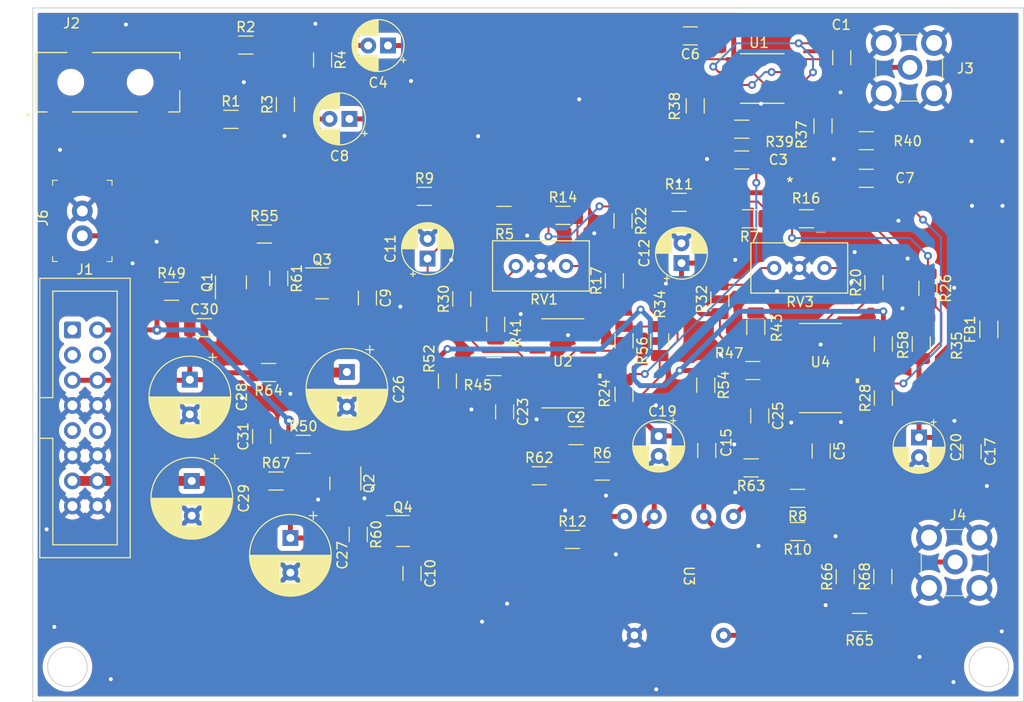
<source format=kicad_pcb>
(kicad_pcb (version 20211014) (generator pcbnew)
  (title_block (title "MC1496 IQ Modulator for SDT") (date "2022-12-07") (rev "1.0"))
  (layers (0 "F.Cu" signal) (31 "B.Cu" signal) (34 "B.Paste" user) (35 "F.Paste" user) (36 "B.SilkS" user "B.Silkscreen") (37 "F.SilkS" user "F.Silkscreen") (38 "B.Mask" user) (39 "F.Mask" user) (44 "Edge.Cuts" user))
  (net 0 "")
  (net 1 "Net-(C1-Pad2)")
  (net 2 "/LO_NINETY")
  (net 3 "Net-(C4-Pad2)")
  (net 4 "/LO_ZERO")
  (net 5 "Net-(C8-Pad2)")
  (net 6 "GND")
  (net 7 "Net-(C12-Pad1)")
  (net 8 "Net-(C26-Pad1)")
  (net 9 "Net-(C27-Pad1)")
  (net 10 "/12V")
  (net 11 "/3_3V")
  (net 12 "/TXRX")
  (net 13 "Net-(Q1-Pad1)")
  (net 14 "Net-(Q1-Pad3)")
  (net 15 "Net-(Q2-Pad1)")
  (net 16 "Net-(Q2-Pad3)")
  (net 17 "Net-(Q3-Pad1)")
  (net 18 "/3_3V_switched")
  (net 19 "Net-(R11-Pad2)")
  (net 20 "Net-(R17-Pad2)")
  (net 21 "Net-(R37-Pad1)")
  (net 22 "Net-(R38-Pad1)")
  (net 23 "Net-(R41-Pad1)")
  (net 24 "Net-(R41-Pad2)")
  (net 25 "Net-(R43-Pad1)")
  (net 26 "Net-(R43-Pad2)")
  (net 27 "Net-(R45-Pad2)")
  (net 28 "Net-(R47-Pad2)")
  (net 29 "Net-(R65-Pad2)")
  (net 30 "Net-(U1-Pad2)")
  (net 31 "Net-(U1-Pad12)")
  (net 45 "Net-(C1-Pad1)")
  (net 47 "Net-(C3-Pad2)")
  (net 48 "Net-(C7-Pad2)")
  (net 49 "Net-(C11-Pad1)")
  (net 50 "Net-(C15-Pad1)")
  (net 51 "Net-(C17-Pad1)")
  (net 52 "Net-(C23-Pad1)")
  (net 53 "Net-(C23-Pad2)")
  (net 54 "Net-(C25-Pad1)")
  (net 55 "Net-(C25-Pad2)")
  (net 56 "Net-(R14-Pad1)")
  (net 57 "Net-(R20-Pad2)")
  (net 58 "Net-(R30-Pad2)")
  (net 59 "Net-(R32-Pad2)")
  (net 60 "Net-(J4-Pad2)")
  (net 61 "Net-(C2-Pad2)")
  (net 62 "Net-(C5-Pad2)")
  (net 63 "Net-(R8-Pad2)")
  (net 64 "/12Vswitched")
  (net 65 "Net-(R10-Pad2)")
  (net 66 "Net-(J2-Pad2)")
  (net 67 "Net-(C2-Pad1)")
  (net 68 "Net-(C4-Pad1)")
  (net 69 "Net-(C5-Pad1)")
  (net 70 "Net-(C8-Pad1)")
  (net 71 "Net-(J2-Pad3)")
  (net 72 "Net-(R12-Pad2)")
  (net 73 "Net-(R62-Pad2)")
  (net 74 "Net-(C10-Pad1)")
  (footprint "Connector_IDC:IDC-Header_2x08_P2.54mm_Vertical" (layer "F.Cu") (at 99 102.5)
    (fp_text reference "J1")
    (fp_text value "Conn_02x08_Odd_Even")
  )
  (footprint "MC1496:MC1496DR2G" (layer "F.Cu") (at 148.5 105.875)
    (fp_text reference "U2")
    (fp_text value "MC1496DR2G" hide)
  )
  (footprint "Resistor_SMD:R_1206_3216Metric" (layer "F.Cu") (at 174.76 81.92 -90)
    (fp_text reference "R37")
    (fp_text value "10k")
  )
  (footprint "Resistor_SMD:R_1206_3216Metric" (layer "F.Cu") (at 149.475 123.65)
    (fp_text reference "R12")
    (fp_text value "100")
  )
  (footprint "SN74AC74PW:SOP65P640X120-14N" (layer "F.Cu") (at 168.625 77.125)
    (fp_text reference "U1")
    (fp_text value "SN74AC74PW")
  )
  (footprint "Resistor_SMD:R_1206_3216Metric" (layer "F.Cu") (at 164.35 99.4 90)
    (fp_text reference "R32")
    (fp_text value "10k")
  )
  (footprint "Capacitor_SMD:C_1206_3216Metric" (layer "F.Cu") (at 161.37 72.825 180)
    (fp_text reference "C6")
    (fp_text value "0.1uF")
  )
  (footprint "Resistor_SMD:R_1206_3216Metric" (layer "F.Cu") (at 180.85 103.925 -90)
    (fp_text reference "R58")
    (fp_text value "3k")
  )
  (footprint "Resistor_SMD:R_1206_3216Metric" (layer "F.Cu") (at 179.13 83.4 180)
    (fp_text reference "R40")
    (fp_text value "10k")
  )
  (footprint "Package_TO_SOT_SMD:SOT-23" (layer "F.Cu") (at 132.35 122.8)
    (fp_text reference "Q4")
    (fp_text value "Q_PMOS_GSD")
  )
  (footprint "Resistor_SMD:R_1206_3216Metric" (layer "F.Cu") (at 115 81.25)
    (fp_text reference "R1")
    (fp_text value "100")
  )
  (footprint "Resistor_SMD:R_1206_3216Metric" (layer "F.Cu") (at 152.475 116.75)
    (fp_text reference "R6")
    (fp_text value "100")
  )
  (footprint "digikey-footprints:RF_SMA_Vertical_5-1814832-1" (layer "F.Cu") (at 188 126)
    (fp_text reference "J4")
    (fp_text value "5-1814832-1")
  )
  (footprint "Resistor_SMD:R_1206_3216Metric" (layer "F.Cu") (at 124.25 75.25 -90)
    (fp_text reference "R4")
    (fp_text value "100")
  )
  (footprint "Capacitor_THT:CP_Radial_D8.0mm_P3.50mm" (layer "F.Cu") (at 121 123.5 -90)
    (fp_text reference "C27")
    (fp_text value "100uF 25V")
  )
  (footprint "Resistor_SMD:R_1206_3216Metric" (layer "F.Cu") (at 136.85 107.675 -90)
    (fp_text reference "R52")
    (fp_text value "3k")
  )
  (footprint "digikey-footprints:RF_SMA_Vertical_5-1814832-1" (layer "F.Cu") (at 183.425 76.075)
    (fp_text reference "J3")
    (fp_text value "5-1814832-1")
  )
  (footprint "Package_TO_SOT_SMD:SOT-23" (layer "F.Cu") (at 115 97.7 90)
    (fp_text reference "Q1")
    (fp_text value "Q_NPN_BEC")
  )
  (footprint "Capacitor_SMD:C_1206_3216Metric" (layer "F.Cu") (at 142.625 110.775 -90)
    (fp_text reference "C23")
    (fp_text value "0.1uF")
  )
  (footprint "Resistor_SMD:R_1206_3216Metric" (layer "F.Cu") (at 146.125 117.225)
    (fp_text reference "R62")
    (fp_text value "100")
  )
  (footprint "Resistor_SMD:R_1206_3216Metric" (layer "F.Cu") (at 167.975 102.25 -90)
    (fp_text reference "R43")
    (fp_text value "1.0k")
  )
  (footprint "Resistor_SMD:R_1206_3216Metric" (layer "F.Cu") (at 142.56 90.94 180)
    (fp_text reference "R5")
    (fp_text value "100")
  )
  (footprint "Inductor_SMD:L_1206_3216Metric" (layer "F.Cu") (at 191.5 102.45 90)
    (fp_text reference "FB1")
    (fp_text value "FerriteBead")
  )
  (footprint "Resistor_SMD:R_1206_3216Metric" (layer "F.Cu") (at 167.335 91.28 180)
    (fp_text reference "R7")
    (fp_text value "100")
  )
  (footprint "Resistor_SMD:R_1206_3216Metric" (layer "F.Cu") (at 119.55 117.75)
    (fp_text reference "R67")
    (fp_text value "10")
  )
  (footprint "Resistor_SMD:R_1206_3216Metric" (layer "F.Cu") (at 173.095 91.28)
    (fp_text reference "R16")
    (fp_text value "100")
  )
  (footprint "Capacitor_THT:CP_Radial_D8.0mm_P3.50mm" (layer "F.Cu") (at 110.85 107.522349 -90)
    (fp_text reference "C28")
    (fp_text value "100uF 25V")
  )
  (footprint "Capacitor_SMD:C_1206_3216Metric" (layer "F.Cu") (at 179.125 87.2)
    (fp_text reference "C7")
    (fp_text value "0.1uF")
  )
  (footprint "Resistor_SMD:R_1206_3216Metric" (layer "F.Cu") (at 116.5 73.75)
    (fp_text reference "R2")
    (fp_text value "100")
  )
  (footprint "Capacitor_THT:CP_Radial_D5.0mm_P2.00mm" (layer "F.Cu") (at 126.955113 81.2 180)
    (fp_text reference "C8")
    (fp_text value "25uF 25V")
  )
  (footprint "MC1496:MC1496DR2G" (layer "F.Cu") (at 174.5 106.35)
    (fp_text reference "U4")
    (fp_text value "MC1496DR2G" hide)
  )
  (footprint "Resistor_SMD:R_1206_3216Metric" (layer "F.Cu") (at 148.51 90.94)
    (fp_text reference "R14")
    (fp_text value "100")
  )
  (footprint "Capacitor_SMD:C_1206_3216Metric" (layer "F.Cu") (at 133.275 127.075 -90)
    (fp_text reference "C10")
    (fp_text value "0.1uF")
  )
  (footprint "Resistor_SMD:R_1206_3216Metric" (layer "F.Cu") (at 185.35 98.3 -90)
    (fp_text reference "R26")
    (fp_text value "820")
  )
  (footprint "Resistor_SMD:R_1206_3216Metric" (layer "F.Cu") (at 179.9 97.725 90)
    (fp_text reference "R20")
    (fp_text value "10k")
  )
  (footprint "Resistor_SMD:R_1206_3216Metric" (layer "F.Cu") (at 180.85 109.375 90)
    (fp_text reference "R28")
    (fp_text value "51")
  )
  (footprint "Resistor_SMD:R_1206_3216Metric" (layer "F.Cu") (at 172.2 122.85 180)
    (fp_text reference "R10")
    (fp_text value "100")
  )
  (footprint "Capacitor_SMD:C_1206_3216Metric" (layer "F.Cu") (at 189.8 114.8 -90)
    (fp_text reference "C17")
    (fp_text value "0.1uF")
  )
  (footprint "Potentiometer_THT:Potentiometer_Bourns_3296W_Vertical" (layer "F.Cu") (at 143.75 96.05 180)
    (fp_text reference "RV1")
    (fp_text value "50k")
  )
  (footprint "Resistor_SMD:R_1206_3216Metric" (layer "F.Cu") (at 161.86 79.89 -90)
    (fp_text reference "R38")
    (fp_text value "10k")
  )
  (footprint "Resistor_SMD:R_1206_3216Metric" (layer "F.Cu") (at 120.5 79.75 90)
    (fp_text reference "R3")
    (fp_text value "100")
  )
  (footprint "Resistor_SMD:R_1206_3216Metric" (layer "F.Cu") (at 127.85 123.15 -90)
    (fp_text reference "R60")
    (fp_text value "10k")
  )
  (footprint "Capacitor_THT:CP_Radial_D8.0mm_P3.50mm" (layer "F.Cu") (at 126.7 106.747349 -90)
    (fp_text reference "C26")
    (fp_text value "100uF 25V")
  )
  (footprint "Resistor_SMD:R_1206_3216Metric" (layer "F.Cu") (at 141.725 101.95 -90)
    (fp_text reference "R41")
    (fp_text value "1.0k")
  )
  (footprint "Resistor_SMD:R_1206_3216Metric" (layer "F.Cu") (at 141.55 106.2)
    (fp_text reference "R45")
    (fp_text value "10k")
  )
  (footprint "Resistor_SMD:R_1206_3216Metric" (layer "F.Cu") (at 166.56 82.24 180)
    (fp_text reference "R39")
    (fp_text value "10k")
  )
  (footprint "Resistor_SMD:R_1206_3216Metric" (layer "F.Cu") (at 154.675 103.6 -90)
    (fp_text reference "R56")
    (fp_text value "3k")
  )
  (footprint "Potentiometer_THT:Potentiometer_Bourns_3296W_Vertical" (layer "F.Cu") (at 169.825 96.25 180)
    (fp_text reference "RV3")
    (fp_text value "50k")
  )
  (footprint "Resistor_SMD:R_1206_3216Metric" (layer "F.Cu") (at 160.225 89.625)
    (fp_text reference "R11")
    (fp_text value "1.0k")
  )
  (footprint "Capacitor_SMD:C_1206_3216Metric" (layer "F.Cu") (at 174.575 114.725 -90)
    (fp_text reference "C5")
    (fp_text value "0.1uF")
  )
  (footprint "Capacitor_THT:CP_Radial_D5.0mm_P2.00mm" (layer "F.Cu") (at 130.855113 73.8 180)
    (fp_text reference "C4")
    (fp_text value "25uF 25V")
  )
  (footprint "Package_TO_SOT_SMD:SOT-23" (layer "F.Cu") (at 124.2 97.8)
    (fp_text reference "Q3")
    (fp_text value "Q_PMOS_GSD")
  )
  (footprint "Resistor_SMD:R_1206_3216Metric" (layer "F.Cu") (at 162.925 108.075 -90)
    (fp_text reference "R54")
    (fp_text value "3k")
  )
  (footprint "Resistor_SMD:R_1206_3216Metric" (layer "F.Cu") (at 167.5 116.425 180)
    (fp_text reference "R63")
    (fp_text value "100")
  )
  (footprint "Capacitor_THT:CP_Radial_D5.0mm_P2.00mm" (layer "F.Cu") (at 184.45 113.35 -90)
    (fp_text reference "C20")
    (fp_text value "25uF 25V")
  )
  (footprint "Capacitor_SMD:C_1206_3216Metric" (layer "F.Cu") (at 149.825 113.175)
    (fp_text reference "C2")
    (fp_text value "0.1uF")
  )
  (footprint "Resistor_SMD:R_1206_3216Metric" (layer "F.Cu") (at 138.3 99.375 90)
    (fp_text reference "R30")
    (fp_text value "10k")
  )
  (footprint "Capacitor_THT:CP_Radial_D5.0mm_P2.00mm" (layer "F.Cu") (at 158.175 113.219888 -90)
    (fp_text reference "C19")
    (fp_text value "25uF 25V")
  )
  (footprint "Capacitor_THT:CP_Radial_D8.0mm_P3.50mm" (layer "F.Cu") (at 111.05 117.747349 -90)
    (fp_text reference "C29")
    (fp_text value "100uF 25V")
  )
  (footprint "Capacitor_THT:CP_Radial_D5.0mm_P2.00mm" (layer "F.Cu") (at 160.475 95.755113 90)
    (fp_text reference "C12")
    (fp_text value "25uF 25V")
  )
  (footprint "Resistor_SMD:R_1206_3216Metric" (layer "F.Cu") (at 180.8 127.4 90)
    (fp_text reference "R68")
    (fp_text value "100")
  )
  (footprint "Stereo_Jack_SMT:CUI_SJ-3524-SMT" (layer "F.Cu") (at 98.8375 77.5)
    (fp_text reference "J2")
    (fp_text value "SJ-3524-SMT")
  )
  (footprint "Package_TO_SOT_SMD:SOT-23" (layer "F.Cu") (at 126.55 118 -90)
    (fp_text reference "Q2")
    (fp_text value "Q_NPN_BEC")
  )
  (footprint "sdt_qse_1496:Toroidal_Transformer" (layer "F.Cu") (at 160.725 127.325 -90)
    (fp_text reference "U3")
    (fp_text value "Toroidal_Transformer")
  )
  (footprint "Resistor_SMD:R_1206_3216Metric" (layer "F.Cu") (at 134.525 89.025)
    (fp_text reference "R9")
    (fp_text value "1.0k")
  )
  (footprint "Capacitor_THT:CP_Radial_D5.0mm_P2.00mm" (layer "F.Cu") (at 134.85 95.305112 90)
    (fp_text reference "C11")
    (fp_text value "25uF 25V")
  )
  (footprint "Capacitor_SMD:C_1206_3216Metric" (layer "F.Cu") (at 176.65 75.025 90)
    (fp_text reference "C1")
    (fp_text value "0.1uF")
  )
  (footprint "Resistor_SMD:R_1206_3216Metric" (layer "F.Cu") (at 154.675 109 90)
    (fp_text reference "R24")
    (fp_text value "51")
  )
  (footprint "Resistor_SMD:R_1206_3216Metric" (layer "F.Cu") (at 122.3 114.05)
    (fp_text reference "R50")
    (fp_text value "10k")
  )
  (footprint "Capacitor_SMD:C_1206_3216Metric" (layer "F.Cu") (at 112.325 102.275)
    (fp_text reference "C30")
    (fp_text value "0.1uF")
  )
  (footprint "Resistor_SMD:R_1206_3216Metric" (layer "F.Cu") (at 177 127.4 90)
    (fp_text reference "R66")
    (fp_text value "100")
  )
  (footprint "Resistor_SMD:R_1206_3216Metric" (layer "F.Cu") (at 153.7 97.55 90)
    (fp_text reference "R17")
    (fp_text value "10k")
  )
  (footprint "Capacitor_SMD:C_1206_3216Metric" (layer "F.Cu") (at 128.775 99.275 -90)
    (fp_text reference "C9")
    (fp_text value "0.1uF")
  )
  (footprint "Capacitor_SMD:C_1206_3216Metric" (layer "F.Cu") (at 168.375 111.175 -90)
    (fp_text reference "C25")
    (fp_text value "0.1uF")
  )
  (footprint "Resistor_SMD:R_1206_3216Metric" (layer "F.Cu") (at 154.575 91.5 -90)
    (fp_text reference "R22")
    (fp_text value "820")
  )
  (footprint "Resistor_SMD:R_1206_3216Metric" (layer "F.Cu") (at 118.8 106.8 180)
    (fp_text reference "R64")
    (fp_text value "10")
  )
  (footprint "Resistor_SMD:R_1206_3216Metric" (layer "F.Cu") (at 158.275 103.625 90)
    (fp_text reference "R34")
    (fp_text value "1.3k")
  )
  (footprint "Resistor_SMD:R_1206_3216Metric" (layer "F.Cu") (at 109 98.6)
    (fp_text reference "R49")
    (fp_text value "10k")
  )
  (footprint "digikey-footprints:PinHeader_1x2_P2.5mm_Drill1.1mm" (layer "F.Cu") (at 100 93 90)
    (fp_text reference "J6")
    (fp_text value "Conn_01x02_Male")
  )
  (footprint "Resistor_SMD:R_1206_3216Metric" (layer "F.Cu") (at 118.375 92.825)
    (fp_text reference "R55")
    (fp_text value "10k")
  )
  (footprint "Resistor_SMD:R_1206_3216Metric" (layer "F.Cu") (at 184.675 103.925 90)
    (fp_text reference "R35")
    (fp_text value "1.3k")
  )
  (footprint "Capacitor_SMD:C_1206_3216Metric" (layer "F.Cu") (at 163.025 114.675 -90)
    (fp_text reference "C15")
    (fp_text value "0.1uF")
  )
  (footprint "Resistor_SMD:R_1206_3216Metric" (layer "F.Cu") (at 119.825 97.3 -90)
    (fp_text reference "R61")
    (fp_text value "10k")
  )
  (footprint "Capacitor_SMD:C_1206_3216Metric" (layer "F.Cu") (at 118.1 113.25 90)
    (fp_text reference "C31")
    (fp_text value "0.1uF")
  )
  (footprint "Capacitor_SMD:C_1206_3216Metric" (layer "F.Cu") (at 166.55 85.35)
    (fp_text reference "C3")
    (fp_text value "0.1uF")
  )
  (footprint "Resistor_SMD:R_1206_3216Metric" (layer "F.Cu") (at 178.45 132.025 180)
    (fp_text reference "R65")
    (fp_text value "100")
  )
  (footprint "Resistor_SMD:R_1206_3216Metric" (layer "F.Cu") (at 172.2 119.5 180)
    (fp_text reference "R8")
    (fp_text value "100")
  )
  (footprint "Resistor_SMD:R_1206_3216Metric" (layer "F.Cu") (at 167.675 106.6)
    (fp_text reference "R47")
    (fp_text value "10k")
  )
  (gr_rect (start 95 140) (end 195 70) (layer "Edge.Cuts") (width 0.1) (fill none))
  (gr_circle (center 191.5 136.5) (end 193.5 136.5) (layer "Edge.Cuts") (width 0.1) (fill none))
  (gr_circle (center 98.5 136.5) (end 100.5 136.5) (layer "Edge.Cuts") (width 0.1) (fill none))
  (segment (start 175.805 73.57) (end 175.83 73.545) (width 0.2) (layer "F.Cu") (net 1))
  (segment (start 172.3 73.57) (end 175.805 73.57) (width 0.2) (layer "F.Cu") (net 1))
  (segment (start 171.495 77.125) (end 173.125 77.125) (width 0.2) (layer "F.Cu") (net 1))
  (segment (start 165.755 76.475) (end 164.225 76.475) (width 0.2) (layer "F.Cu") (net 1))
  (segment (start 164.225 76.475) (end 163.675 75.925) (width 0.2) (layer "F.Cu") (net 1))
  (segment (start 173.125 77.125) (end 173.75 76.5) (width 0.2) (layer "F.Cu") (net 1))
  (via (at 172.3 73.57) (size 0.8) (drill 0.4) (layers "F.Cu" "B.Cu") (net 1))
  (via (at 173.75 76.5) (size 0.8) (drill 0.4) (layers "F.Cu" "B.Cu") (net 1))
  (via (at 163.675 75.925) (size 0.8) (drill 0.4) (layers "F.Cu" "B.Cu") (net 1))
  (segment (start 172.3 73.57) (end 172.3 73.575) (width 0.2) (layer "B.Cu") (net 1))
  (segment (start 163.675 75.925) (end 166.03 73.57) (width 0.2) (layer "B.Cu") (net 1))
  (segment (start 166.03 73.57) (end 172.3 73.57) (width 0.2) (layer "B.Cu") (net 1))
  (segment (start 173.75 76.5) (end 173.75 75.025) (width 0.2) (layer "B.Cu") (net 1))
  (segment (start 172.3 73.575) (end 173.75 75.025) (width 0.2) (layer "B.Cu") (net 1))
  (segment (start 165.075 82.2625) (end 165.0975 82.24) (width 0.2) (layer "F.Cu") (net 2))
  (segment (start 164.24 82.23) (end 165.0875 82.23) (width 0.2) (layer "F.Cu") (net 2))
  (segment (start 165.075 85.35) (end 165.075 82.2625) (width 0.2) (layer "F.Cu") (net 2))
  (segment (start 165.0875 82.23) (end 165.0975 82.24) (width 0.2) (layer "F.Cu") (net 2))
  (segment (start 163.36 81.35) (end 164.24 82.23) (width 0.2) (layer "F.Cu") (net 2))
  (segment (start 161.8625 81.35) (end 163.36 81.35) (width 0.2) (layer "F.Cu") (net 2))
  (segment (start 161.86 81.3525) (end 161.8625 81.35) (width 0.2) (layer "F.Cu") (net 2))
  (segment (start 124.2125 73.75) (end 124.25 73.7875) (width 0.5) (layer "F.Cu") (net 3))
  (segment (start 117.9625 73.75) (end 124.2125 73.75) (width 0.5) (layer "F.Cu") (net 3))
  (segment (start 124.25 73.7875) (end 128.842613 73.7875) (width 0.5) (layer "F.Cu") (net 3))
  (segment (start 128.842613 73.7875) (end 128.855113 73.8) (width 0.5) (layer "F.Cu") (net 3))
  (segment (start 174.76 83.3825) (end 177.65 83.3825) (width 0.5) (layer "F.Cu") (net 4))
  (segment (start 177.65 83.3825) (end 177.6675 83.4) (width 0.5) (layer "F.Cu") (net 4))
  (segment (start 177.65 83.4175) (end 177.6675 83.4) (width 0.5) (layer "F.Cu") (net 4))
  (segment (start 177.65 87.2) (end 177.65 83.4175) (width 0.5) (layer "F.Cu") (net 4))
  (segment (start 116.4625 81.25) (end 120.4625 81.25) (width 0.5) (layer "F.Cu") (net 5))
  (segment (start 124.942613 81.2125) (end 124.955113 81.2) (width 0.5) (layer "F.Cu") (net 5))
  (segment (start 120.4625 81.25) (end 120.5 81.2125) (width 0.5) (layer "F.Cu") (net 5))
  (segment (start 120.5 81.2125) (end 124.942613 81.2125) (width 0.5) (layer "F.Cu") (net 5))
  (via (at 191.3 118.25) (size 1) (drill 0.4) (layers "F.Cu" "B.Cu") (net 6))
  (via (at 150.15 79.225) (size 1) (drill 0.4) (layers "F.Cu" "B.Cu") (net 6))
  (via (at 168.5 79.675) (size 1) (drill 0.4) (layers "F.Cu" "B.Cu") (net 6))
  (via (at 189.75 83.45) (size 1) (drill 0.4) (layers "F.Cu" "B.Cu") (net 6))
  (via (at 192.8 132.925) (size 1) (drill 0.4) (layers "F.Cu" "B.Cu") (net 6))
  (via (at 175.85 85.25) (size 1) (drill 0.4) (layers "F.Cu" "B.Cu") (net 6))
  (via (at 184.5 135.5) (size 1) (drill 0.4) (layers "F.Cu" "B.Cu") (net 6))
  (via (at 192.85 83.45) (size 1) (drill 0.4) (layers "F.Cu" "B.Cu") (net 6))
  (via (at 102.875 137.75) (size 1) (drill 0.4) (layers "F.Cu" "B.Cu") (net 6))
  (via (at 116.3 77.5) (size 1) (drill 0.4) (layers "F.Cu" "B.Cu") (net 6))
  (via (at 165.8 114.05) (size 1) (drill 0.4) (layers "F.Cu" "B.Cu") (net 6))
  (via (at 175.025 130.275) (size 1) (drill 0.4) (layers "F.Cu" "B.Cu") (net 6))
  (via (at 177.95 94.65) (size 1) (drill 0.4) (layers "F.Cu" "B.Cu") (net 6))
  (via (at 137.225 95.45) (size 1) (drill 0.4) (layers "F.Cu" "B.Cu") (net 6))
  (via (at 123.8 119.625) (size 1) (drill 0.4) (layers "F.Cu" "B.Cu") (net 6))
  (via (at 160.2 87.5) (size 1) (drill 0.4) (layers "F.Cu" "B.Cu") (net 6))
  (via (at 170.125 98.6) (size 1) (drill 0.4) (layers "F.Cu" "B.Cu") (net 6))
  (via (at 144.9 92.975) (size 1) (drill 0.4) (layers "F.Cu" "B.Cu") (net 6))
  (via (at 144.25 100.9) (size 1) (drill 0.4) (layers "F.Cu" "B.Cu") (net 6))
  (via (at 177.65 97.675) (size 1) (drill 0.4) (layers "F.Cu" "B.Cu") (net 6))
  (via (at 188 98.25) (size 1) (drill 0.4) (layers "F.Cu" "B.Cu") (net 6))
  (via (at 152.85 119.225) (size 1) (drill 0.4) (layers "F.Cu" "B.Cu") (net 6))
  (via (at 153.85 125.15) (size 1) (drill 0.4) (layers "F.Cu" "B.Cu") (net 6))
  (via (at 183.3 95.3) (size 1) (drill 0.4) (layers "F.Cu" "B.Cu") (net 6))
  (via (at 176.575 111.8) (size 1) (drill 0.4) (layers "F.Cu" "B.Cu") (net 6))
  (via (at 171.55 111.85) (size 1) (drill 0.4) (layers "F.Cu" "B.Cu") (net 6))
  (via (at 174.525 103.975) (size 1) (drill 0.4) (layers "F.Cu" "B.Cu") (net 6))
  (via (at 163.05 85.25) (size 1) (drill 0.4) (layers "F.Cu" "B.Cu") (net 6))
  (via (at 133.175 77.375) (size 1) (drill 0.4) (layers "F.Cu" "B.Cu") (net 6))
  (via (at 128.475 119.5) (size 1) (drill 0.4) (layers "F.Cu" "B.Cu") (net 6))
  (via (at 120.4 82.925) (size 1) (drill 0.4) (layers "F.Cu" "B.Cu") (net 6))
  (via (at 168.25 124.3) (size 1) (drill 0.4) (layers "F.Cu" "B.Cu") (net 6))
  (via (at 165.9 118.9) (size 1) (drill 0.4) (layers "F.Cu" "B.Cu") (net 6))
  (via (at 139.95 82.95) (size 1) (drill 0.4) (layers "F.Cu" "B.Cu") (net 6))
  (via (at 148.725 120.725) (size 1) (drill 0.4) (layers "F.Cu" "B.Cu") (net 6))
  (via (at 188.025 111.675) (size 1) (drill 0.4) (layers "F.Cu" "B.Cu") (net 6))
  (via (at 140.35 131.95) (size 1) (drill 0.4) (layers "F.Cu" "B.Cu") (net 6))
  (via (at 97.75 84.325) (size 1) (drill 0.4) (layers "F.Cu" "B.Cu") (net 6))
  (via (at 192.875 89.975) (size 1) (drill 0.4) (layers "F.Cu" "B.Cu") (net 6))
  (via (at 107.5 93.6) (size 1) (drill 0.4) (layers "F.Cu" "B.Cu") (net 6))
  (via (at 151.675 92.75) (size 1) (drill 0.4) (layers "F.Cu" "B.Cu") (net 6))
  (via (at 145.85 111.525) (size 1) (drill 0.4) (layers "F.Cu" "B.Cu") (net 6))
  (via (at 176.025 123.325) (size 1) (drill 0.4) (layers "F.Cu" "B.Cu") (net 6))
  (via (at 142.875 130.125) (size 1) (drill 0.4) (layers "F.Cu" "B.Cu") (net 6))
  (via (at 182.375 91.475) (size 1) (drill 0.4) (layers "F.Cu" "B.Cu") (net 6))
  (via (at 187.925 138.05) (size 1) (drill 0.4) (layers "F.Cu" "B.Cu") (net 6))
  (via (at 121 108.95) (size 1) (drill 0.4) (layers "F.Cu" "B.Cu") (net 6))
  (via (at 158.9 97.825) (size 1) (drill 0.4) (layers "F.Cu" "B.Cu") (net 6))
  (via (at 149.025 103.025) (size 1) (drill 0.4) (layers "F.Cu" "B.Cu") (net 6))
  (via (at 182.775 100.325) (size 1) (drill 0.4) (layers "F.Cu" "B.Cu") (net 6))
  (via (at 189.8 89.975) (size 1) (drill 0.4) (layers "F.Cu" "B.Cu") (net 6))
  (via (at 105.075 95.775) (size 1) (drill 0.4) (layers "F.Cu" "B.Cu") (net 6))
  (via (at 157.925 138.775) (size 1) (drill 0.4) (layers "F.Cu" "B.Cu") (net 6))
  (via (at 139.275 110.525) (size 1) (drill 0.4) (layers "F.Cu" "B.Cu") (net 6))
  (via (at 96.4 122.625) (size 1) (drill 0.4) (layers "F.Cu" "B.Cu") (net 6))
  (via (at 97.175 132.475) (size 1) (drill 0.4) (layers "F.Cu" "B.Cu") (net 6))
  (via (at 104.4 71.675) (size 1) (drill 0.4) (layers "F.Cu" "B.Cu") (net 6))
  (via (at 116.125 109.375) (size 1) (drill 0.4) (layers "F.Cu" "B.Cu") (net 6))
  (via (at 165.9 95.425) (size 1) (drill 0.4) (layers "F.Cu" "B.Cu") (net 6))
  (via (at 149.95 111.225) (size 1) (drill 0.4) (layers "F.Cu" "B.Cu") (net 6))
  (via (at 123.525 71.6) (size 1) (drill 0.4) (layers "F.Cu" "B.Cu") (net 6))
  (via (at 164.45 105.025) (size 1) (drill 0.4) (layers "F.Cu" "B.Cu") (net 6))
  (via (at 157.9 110.1) (size 1) (drill 0.4) (layers "F.Cu" "B.Cu") (net 6))
  (via (at 132.1 100.15) (size 1) (drill 0.4) (layers "F.Cu" "B.Cu") (net 6))
  (via (at 176.525 78.525) (size 1) (drill 0.4) (layers "F.Cu" "B.Cu") (net 6))
  (segment (start 170.425 105.475) (end 170.05 105.1) (width 0.2) (layer "F.Cu") (net 7))
  (segment (start 166.375 105.1) (end 164.35 103.075) (width 0.2) (layer "F.Cu") (net 7))
  (segment (start 162.4125 100.8625) (end 160.45 98.9) (width 0.5) (layer "F.Cu") (net 7))
  (segment (start 160.475 98.875) (end 160.475 95.755113) (width 0.5) (layer "F.Cu") (net 7))
  (segment (start 171.9473 106.35) (end 170.425 106.35) (width 0.2) (layer "F.Cu") (net 7))
  (segment (start 162.719887 95.755113) (end 165.9975 92.4775) (width 0.5) (layer "F.Cu") (net 7))
  (segment (start 160.45 98.9) (end 160.475 98.875) (width 0.5) (layer "F.Cu") (net 7))
  (segment (start 170.425 106.35) (end 170.425 105.475) (width 0.2) (layer "F.Cu") (net 7))
  (segment (start 170.05 105.1) (end 166.375 105.1) (width 0.2) (layer "F.Cu") (net 7))
  (segment (start 165.9975 92.4775) (end 165.9975 92.13) (width 0.5) (layer "F.Cu") (net 7))
  (segment (start 164.35 103.075) (end 164.35 100.8625) (width 0.2) (layer "F.Cu") (net 7))
  (segment (start 164.35 100.8625) (end 162.4125 100.8625) (width 0.5) (layer "F.Cu") (net 7))
  (segment (start 160.475 95.755113) (end 162.719887 95.755113) (width 0.5) (layer "F.Cu") (net 7))
  (segment (start 120.2625 99.2) (end 119.825 98.7625) (width 1) (layer "F.Cu") (net 8))
  (segment (start 123.25 98.7625) (end 123.2625 98.75) (width 0.5) (layer "F.Cu") (net 8))
  (segment (start 120.2625 106.8) (end 120.2625 99.2) (width 1) (layer "F.Cu") (net 8))
  (segment (start 120.2625 106.8) (end 126.647349 106.8) (width 1) (layer "F.Cu") (net 8))
  (segment (start 119.825 98.7625) (end 123.25 98.7625) (width 0.5) (layer "F.Cu") (net 8))
  (segment (start 126.647349 106.8) (end 126.7 106.747349) (width 1) (layer "F.Cu") (net 8))
  (segment (start 124.5625 124.6125) (end 123.45 123.5) (width 0.5) (layer "F.Cu") (net 9))
  (segment (start 121.0125 117.75) (end 121 117.7625) (width 0.5) (layer "F.Cu") (net 9))
  (segment (start 127.85 124.6125) (end 128.6875 124.6125) (width 0.5) (layer "F.Cu") (net 9))
  (segment (start 128.6875 124.6125) (end 129.55 123.75) (width 0.5) (layer "F.Cu") (net 9))
  (segment (start 129.55 123.75) (end 131.4125 123.75) (width 0.5) (layer "F.Cu") (net 9))
  (segment (start 121 117.7625) (end 121 123.5) (width 0.5) (layer "F.Cu") (net 9))
  (segment (start 127.85 124.6125) (end 124.5625 124.6125) (width 0.5) (layer "F.Cu") (net 9))
  (segment (start 123.45 123.5) (end 121 123.5) (width 0.5) (layer "F.Cu") (net 9))
  (segment (start 114.002651 107.522349) (end 114.7 106.825) (width 0.5) (layer "F.Cu") (net 10))
  (segment (start 101.54 107.58) (end 110.792349 107.58) (width 0.5) (layer "F.Cu") (net 10))
  (segment (start 114.7 106.825) (end 117.3125 106.825) (width 0.5) (layer "F.Cu") (net 10))
  (segment (start 110.792349 107.58) (end 110.85 107.522349) (width 0.5) (layer "F.Cu") (net 10))
  (segment (start 99 107.58) (end 101.54 107.58) (width 0.5) (layer "F.Cu") (net 10))
  (segment (start 117.3125 106.825) (end 117.3375 106.8) (width 0.5) (layer "F.Cu") (net 10))
  (segment (start 110.85 107.522349) (end 110.85 102.275) (width 0.5) (layer "F.Cu") (net 10))
  (segment (start 110.85 107.522349) (end 114.002651 107.522349) (width 0.5) (layer "F.Cu") (net 10))
  (segment (start 118.0875 117.75) (end 118.0875 114.7375) (width 1) (layer "F.Cu") (net 11))
  (segment (start 99 117.74) (end 101.54 117.74) (width 1) (layer "F.Cu") (net 11))
  (segment (start 111.042651 117.74) (end 111.05 117.747349) (width 1) (layer "F.Cu") (net 11))
  (segment (start 101.54 117.74) (end 111.042651 117.74) (width 1) (layer "F.Cu") (net 11))
  (segment (start 118.084849 117.747349) (end 118.0875 117.75) (width 1) (layer "F.Cu") (net 11))
  (segment (start 118.0875 114.7375) (end 118.1 114.725) (width 1) (layer "F.Cu") (net 11))
  (segment (start 111.05 117.747349) (end 118.084849 117.747349) (width 1) (layer "F.Cu") (net 11))
  (segment (start 104.7 93) (end 107.55 95.85) (width 0.5) (layer "F.Cu") (net 12))
  (segment (start 100 93) (end 104.7 93) (width 0.5) (layer "F.Cu") (net 12))
  (segment (start 120.8375 114.05) (end 120.8375 111.6625) (width 0.5) (layer "F.Cu") (net 12))
  (segment (start 107.55 98.5875) (end 107.5375 98.6) (width 0.5) (layer "F.Cu") (net 12))
  (segment (start 101.54 102.5) (end 107.5375 102.5) (width 0.5) (layer "F.Cu") (net 12))
  (segment (start 107.55 95.85) (end 107.55 98.5875) (width 0.5) (layer "F.Cu") (net 12))
  (segment (start 107.5375 102.5) (end 107.5375 98.6) (width 0.5) (layer "F.Cu") (net 12))
  (segment (start 120.8375 111.6625) (end 120.85 111.65) (width 0.5) (layer "F.Cu") (net 12))
  (via (at 107.5375 102.5) (size 1) (drill 0.4) (layers "F.Cu" "B.Cu") (net 12))
  (via (at 120.85 111.65) (size 1) (drill 0.4) (layers "F.Cu" "B.Cu") (net 12))
  (segment (start 120.85 111.65) (end 111.7 102.5) (width 0.5) (layer "B.Cu") (net 12))
  (segment (start 111.7 102.5) (end 107.5375 102.5) (width 0.5) (layer "B.Cu") (net 12))
  (segment (start 110.4625 98.6) (end 114.0125 98.6) (width 0.5) (layer "F.Cu") (net 13))
  (segment (start 114.0125 98.6) (end 114.05 98.6375) (width 0.5) (layer "F.Cu") (net 13))
  (segment (start 115 94.7375) (end 116.9125 92.825) (width 0.5) (layer "F.Cu") (net 14))
  (segment (start 115 96.7625) (end 115 94.7375) (width 0.5) (layer "F.Cu") (net 14))
  (segment (start 123.8125 114.1) (end 123.7625 114.05) (width 0.5) (layer "F.Cu") (net 15))
  (segment (start 127.5 117.0625) (end 127.5 115.3) (width 0.5) (layer "F.Cu") (net 15))
  (segment (start 126.3 114.1) (end 123.8125 114.1) (width 0.5) (layer "F.Cu") (net 15))
  (segment (start 127.5 115.3) (end 126.3 114.1) (width 0.5) (layer "F.Cu") (net 15))
  (segment (start 126.55 120.35) (end 126.55 118.9375) (width 0.5) (layer "F.Cu") (net 16))
  (segment (start 127.85 121.6875) (end 127.85 121.65) (width 0.5) (layer "F.Cu") (net 16))
  (segment (start 127.85 121.6875) (end 131.25 121.6875) (width 0.5) (layer "F.Cu") (net 16))
  (segment (start 131.25 121.6875) (end 131.4125 121.85) (width 0.5) (layer "F.Cu") (net 16))
  (segment (start 127.85 121.65) (end 126.55 120.35) (width 0.5) (layer "F.Cu") (net 16))
  (segment (start 119.8375 92.825) (end 119.8375 95.825) (width 0.5) (layer "F.Cu") (net 17))
  (segment (start 119.8375 95.825) (end 119.825 95.8375) (width 0.5) (layer "F.Cu") (net 17))
  (segment (start 120.8375 96.85) (end 119.825 95.8375) (width 0.5) (layer "F.Cu") (net 17))
  (segment (start 123.2625 96.85) (end 120.8375 96.85) (width 0.5) (layer "F.Cu") (net 17))
  (segment (start 174.8 75.175) (end 174.8 77.775) (width 0.2) (layer "F.Cu") (net 18))
  (segment (start 165.75 75.17) (end 165.755 75.17) (width 0.5) (layer "F.Cu") (net 18))
  (segment (start 191.5 75.15) (end 187.8 71.45) (width 0.5) (layer "F.Cu") (net 18))
  (segment (start 162.5 76.325) (end 163.3 77.125) (width 0.2) (layer "F.Cu") (net 18))
  (segment (start 171.495 75.825) (end 172.95 75.825) (width 0.2) (layer "F.Cu") (net 18))
  (segment (start 172.95 75.175) (end 174.8 75.175) (width 0.2) (layer "F.Cu") (net 18))
  (segment (start 174.8 77.775) (end 171.495 77.775) (width 0.2) (layer "F.Cu") (net 18))
  (segment (start 191.5 100.875) (end 191.5 75.15) (width 0.5) (layer "F.Cu") (net 18))
  (segment (start 162.845 72.825) (end 165.6 72.825) (width 0.5) (layer "F.Cu") (net 18))
  (segment (start 171.495 75.175) (end 172.95 75.175) (width 0.2) (layer "F.Cu") (net 18))
  (segment (start 172.95 75.825) (end 172.95 75.175) (width 0.2) (layer "F.Cu") (net 18))
  (segment (start 165.75 72.675) (end 165.75 75.17) (width 0.5) (layer "F.Cu") (net 18))
  (segment (start 165.755 75.175) (end 171.495 75.175) (width 0.2) (layer "F.Cu") (net 18))
  (segment (start 163.3 77.125) (end 165.755 77.125) (width 0.2) (layer "F.Cu") (net 18))
  (segment (start 187.8 71.45) (end 166.975 71.45) (width 0.5) (layer "F.Cu") (net 18))
  (segment (start 166.975 71.45) (end 165.75 72.675) (width 0.5) (layer "F.Cu") (net 18))
  (segment (start 165.755 75.175) (end 162.5 75.175) (width 0.2) (layer "F.Cu") (net 18))
  (segment (start 162.5 75.175) (end 162.5 76.325) (width 0.2) (layer "F.Cu") (net 18))
  (segment (start 185.35 95.025) (end 185.35 96.8375) (width 0.2) (layer "F.Cu") (net 19))
  (segment (start 171.6325 91.28) (end 171.6325 93.2175) (width 0.2) (layer "F.Cu") (net 19))
  (segment (start 168.7975 91.28) (end 171.6325 91.28) (width 0.2) (layer "F.Cu") (net 19))
  (segment (start 171.6325 93.2175) (end 171.625 93.225) (width 0.2) (layer "F.Cu") (net 19))
  (segment (start 168.175 89.55) (end 161.7625 89.55) (width 0.2) (layer "F.Cu") (net 19))
  (segment (start 168.7975 90.1725) (end 168.175 89.55) (width 0.2) (layer "F.Cu") (net 19))
  (segment (start 161.7625 89.55) (end 161.6875 89.625) (width 0.2) (layer "F.Cu") (net 19))
  (segment (start 168.7975 91.28) (end 168.7975 90.1725) (width 0.2) (layer "F.Cu") (net 19))
  (via (at 185.35 95.025) (size 0.8) (drill 0.4) (layers "F.Cu" "B.Cu") (net 19))
  (via (at 171.625 93.225) (size 0.8) (drill 0.4) (layers "F.Cu" "B.Cu") (net 19))
  (segment (start 171.625 93.225) (end 183.55 93.225) (width 0.2) (layer "B.Cu") (net 19))
  (segment (start 183.55 93.225) (end 185.35 95.025) (width 0.2) (layer "B.Cu") (net 19))
  (segment (start 153.6625 96.05) (end 153.7 96.0875) (width 0.2) (layer "F.Cu") (net 20))
  (segment (start 148.83 96.05) (end 153.6625 96.05) (width 0.2) (layer "F.Cu") (net 20))
  (segment (start 174.77 80.4475) (end 174.76 80.4575) (width 0.2) (layer "F.Cu") (net 21))
  (segment (start 174.125 78.425) (end 174.77 79.07) (width 0.2) (layer "F.Cu") (net 21))
  (segment (start 174.77 79.07) (end 174.77 80.4475) (width 0.2) (layer "F.Cu") (net 21))
  (segment (start 171.495 78.425) (end 174.125 78.425) (width 0.2) (layer "F.Cu") (net 21))
  (segment (start 161.8625 78.425) (end 161.86 78.4275) (width 0.2) (layer "F.Cu") (net 22))
  (segment (start 165.755 78.425) (end 161.8625 78.425) (width 0.2) (layer "F.Cu") (net 22))
  (segment (start 142.2625 101.025) (end 141.725 100.4875) (width 0.2) (layer "F.Cu") (net 23))
  (segment (start 145.9473 103.335) (end 144.46 103.335) (width 0.2) (layer "F.Cu") (net 23))
  (segment (start 142.6 101.025) (end 142.2625 101.025) (width 0.2) (layer "F.Cu") (net 23))
  (segment (start 144.46 103.335) (end 143.45 102.325) (width 0.2) (layer "F.Cu") (net 23))
  (segment (start 143.45 101.875) (end 142.6 101.025) (width 0.2) (layer "F.Cu") (net 23))
  (segment (start 143.45 102.325) (end 143.45 101.875) (width 0.2) (layer "F.Cu") (net 23))
  (segment (start 144.68 104.605) (end 143.475 103.4) (width 0.2) (layer "F.Cu") (net 24))
  (segment (start 143.475 103.4) (end 141.7375 103.4) (width 0.2) (layer "F.Cu") (net 24))
  (segment (start 141.7375 103.4) (end 141.725 103.4125) (width 0.2) (layer "F.Cu") (net 24))
  (segment (start 145.9473 104.605) (end 144.68 104.605) (width 0.2) (layer "F.Cu") (net 24))
  (segment (start 171.9473 103.81) (end 171.41 103.81) (width 0.2) (layer "F.Cu") (net 25))
  (segment (start 171.41 103.81) (end 168.3875 100.7875) (width 0.2) (layer "F.Cu") (net 25))
  (segment (start 168.3875 100.7875) (end 167.975 100.7875) (width 0.2) (layer "F.Cu") (net 25))
  (segment (start 171.9473 105.08) (end 171.43 105.08) (width 0.2) (layer "F.Cu") (net 26))
  (segment (start 171.43 105.08) (end 170.0625 103.7125) (width 0.2) (layer "F.Cu") (net 26))
  (segment (start 170.0625 103.7125) (end 167.975 103.7125) (width 0.2) (layer "F.Cu") (net 26))
  (segment (start 143.62 107.145) (end 143.0125 106.5375) (width 0.2) (layer "F.Cu") (net 27))
  (segment (start 145.9473 107.145) (end 143.62 107.145) (width 0.2) (layer "F.Cu") (net 27))
  (segment (start 143.0125 106.5375) (end 143.0125 106.2) (width 0.2) (layer "F.Cu") (net 27))
  (segment (start 169.1375 106.6) (end 169.1375 106.8625) (width 0.2) (layer "F.Cu") (net 28))
  (segment (start 169.1375 106.8625) (end 169.9 107.625) (width 0.5) (layer "F.Cu") (net 28))
  (segment (start 169.905 107.62) (end 171.9473 107.62) (width 0.5) (layer "F.Cu") (net 28))
  (segment (start 169.9 107.625) (end 169.905 107.62) (width 0.2) (layer "F.Cu") (net 28))
  (segment (start 164.725 133.325) (end 171.65 133.325) (width 0.5) (layer "F.Cu") (net 29))
  (segment (start 176.9875 132.025) (end 176.9875 128.875) (width 0.5) (layer "F.Cu") (net 29))
  (segment (start 176.9875 128.875) (end 177 128.8625) (width 0.5) (layer "F.Cu") (net 29))
  (segment (start 172.95 132.025) (end 176.9875 132.025) (width 0.5) (layer "F.Cu") (net 29))
  (segment (start 171.65 133.325) (end 172.95 132.025) (width 0.5) (layer "F.Cu") (net 29))
  (segment (start 166.975 75.825) (end 170.225 79.075) (width 0.2) (layer "F.Cu") (net 30))
  (segment (start 165.755 75.825) (end 166.975 75.825) (width 0.2) (layer "F.Cu") (net 30))
  (segment (start 170.225 79.075) (end 171.495 79.075) (width 0.2) (layer "F.Cu") (net 30))
  (segment (start 167.6 77.775) (end 165.755 77.775) (width 0.2) (layer "F.Cu") (net 31))
  (segment (start 171.495 76.475) (end 169.575 76.475) (width 0.2) (layer "F.Cu") (net 31))
  (via (at 169.575 76.475) (size 0.8) (drill 0.4) (layers "F.Cu" "B.Cu") (net 31))
  (via (at 167.6 77.775) (size 0.8) (drill 0.4) (layers "F.Cu" "B.Cu") (net 31))
  (segment (start 169.575 76.475) (end 168.9 76.475) (width 0.2) (layer "B.Cu") (net 31))
  (segment (start 168.9 76.475) (end 167.6 77.775) (width 0.2) (layer "B.Cu") (net 31))
  (segment (start 178.955 76.495) (end 179.45 76) (width 0.5) (layer "F.Cu") (net 45))
  (segment (start 179.45 76) (end 183.525 76) (width 0.5) (layer "F.Cu") (net 45))
  (segment (start 178.955 76.495) (end 176.655 76.495) (width 0.5) (layer "F.Cu") (net 45))
  (segment (start 176.655 76.495) (end 176.65 76.5) (width 0.5) (layer "F.Cu") (net 45))
  (segment (start 155.2625 106.95) (end 156.775 106.95) (width 0.2) (layer "F.Cu") (net 47))
  (segment (start 154.675 107.5375) (end 155.2625 106.95) (width 0.2) (layer "F.Cu") (net 47))
  (segment (start 151.0527 107.145) (end 154.2825 107.145) (width 0.2) (layer "F.Cu") (net 47))
  (segment (start 154.2825 107.145) (end 154.675 107.5375) (width 0.2) (layer "F.Cu") (net 47))
  (segment (start 168.025 87.65) (end 168.025 85.35) (width 0.2) (layer "F.Cu") (net 47))
  (via (at 156.775 106.95) (size 0.8) (drill 0.4) (layers "F.Cu" "B.Cu") (net 47))
  (via (at 168.025 87.65) (size 0.8) (drill 0.4) (layers "F.Cu" "B.Cu") (net 47))
  (segment (start 168.025 95.7) (end 168.025 87.65) (width 0.2) (layer "B.Cu") (net 47))
  (segment (start 156.775 106.95) (end 168.025 95.7) (width 0.2) (layer "B.Cu") (net 47))
  (segment (start 180.6 87.475) (end 180.6 87.2) (width 0.2) (layer "F.Cu") (net 48))
  (segment (start 180.5575 107.62) (end 180.85 107.9125) (width 0.2) (layer "F.Cu") (net 48))
  (segment (start 177.0527 107.62) (end 180.5575 107.62) (width 0.2) (layer "F.Cu") (net 48))
  (segment (start 184.85 91.375) (end 181.525 88.05) (width 0.2) (layer "F.Cu") (net 48))
  (segment (start 180.85 107.9125) (end 182.8625 107.9125) (width 0.2) (layer "F.Cu") (net 48))
  (segment (start 181.525 88.05) (end 181.175 88.05) (width 0.2) (layer "F.Cu") (net 48))
  (segment (start 182.8625 107.9125) (end 182.875 107.9) (width 0.2) (layer "F.Cu") (net 48))
  (segment (start 181.175 88.05) (end 180.6 87.475) (width 0.2) (layer "F.Cu") (net 48))
  (via (at 182.875 107.9) (size 0.8) (drill 0.4) (layers "F.Cu" "B.Cu") (net 48))
  (via (at 184.85 91.375) (size 0.8) (drill 0.4) (layers "F.Cu" "B.Cu") (net 48))
  (segment (start 186.65 104.125) (end 186.65 93.175) (width 0.2) (layer "B.Cu") (net 48))
  (segment (start 182.875 107.9) (end 186.65 104.125) (width 0.2) (layer "B.Cu") (net 48))
  (segment (start 186.65 93.175) (end 184.85 91.375) (width 0.2) (layer "B.Cu") (net 48))
  (segment (start 144.4 105.875) (end 144.4 105.15) (width 0.2) (layer "F.Cu") (net 49))
  (segment (start 143.975 104.725) (end 140.45 104.725) (width 0.2) (layer "F.Cu") (net 49))
  (segment (start 134.85 97.95) (end 137.7375 100.8375) (width 0.2) (layer "F.Cu") (net 49))
  (segment (start 145.9473 105.875) (end 144.4 105.875) (width 0.2) (layer "F.Cu") (net 49))
  (segment (start 138.3 102.575) (end 138.3 100.8375) (width 0.2) (layer "F.Cu") (net 49))
  (segment (start 137.7375 100.8375) (end 138.3 100.8375) (width 0.2) (layer "F.Cu") (net 49))
  (segment (start 140.45 104.725) (end 138.3 102.575) (width 0.2) (layer "F.Cu") (net 49))
  (segment (start 139.215112 90.94) (end 134.85 95.305112) (width 0.2) (layer "F.Cu") (net 49))
  (segment (start 144.4 105.15) (end 143.975 104.725) (width 0.2) (layer "F.Cu") (net 49))
  (segment (start 134.85 95.305112) (end 134.85 97.95) (width 0.2) (layer "F.Cu") (net 49))
  (segment (start 141.0975 90.94) (end 139.215112 90.94) (width 0.2) (layer "F.Cu") (net 49))
  (segment (start 163.025 113.2) (end 158.194888 113.2) (width 0.5) (layer "F.Cu") (net 50))
  (segment (start 160.075 103.625) (end 160.075 101) (width 0.2) (layer "F.Cu") (net 50))
  (segment (start 158.275 107.25) (end 155.55 109.975) (width 0.2) (layer "F.Cu") (net 50))
  (segment (start 160.075 101) (end 156.625 97.55) (width 0.2) (layer "F.Cu") (net 50))
  (segment (start 151.0527 109.685) (end 152.36 109.685) (width 0.2) (layer "F.Cu") (net 50))
  (segment (start 154.6625 110.45) (end 154.675 110.4625) (width 0.2) (layer "F.Cu") (net 50))
  (segment (start 155.0875 93.475) (end 154.575 92.9625) (width 0.2) (layer "F.Cu") (net 50))
  (segment (start 155.4375 110.4625) (end 154.675 110.4625) (width 0.5) (layer "F.Cu") (net 50))
  (segment (start 156.625 94.625) (end 155.475 93.475) (width 0.2) (layer "F.Cu") (net 50))
  (segment (start 158.275 105.0875) (end 158.275 107.25) (width 0.2) (layer "F.Cu") (net 50))
  (segment (start 155.1625 109.975) (end 154.675 110.4625) (width 0.2) (layer "F.Cu") (net 50))
  (segment (start 152.36 109.685) (end 153.125 110.45) (width 0.2) (layer "F.Cu") (net 50))
  (segment (start 158.175 113.219888) (end 158.175 113.2) (width 0.5) (layer "F.Cu") (net 50))
  (segment (start 155.475 93.475) (end 155.0875 93.475) (width 0.2) (layer "F.Cu") (net 50))
  (segment (start 158.275 105.0875) (end 158.6125 105.0875) (width 0.2) (layer "F.Cu") (net 50))
  (segment (start 153.125 110.45) (end 154.6625 110.45) (width 0.2) (layer "F.Cu") (net 50))
  (segment (start 156.625 97.55) (end 156.625 94.625) (width 0.2) (layer "F.Cu") (net 50))
  (segment (start 158.194888 113.2) (end 158.175 113.219888) (width 0.5) (layer "F.Cu") (net 50))
  (segment (start 155.55 109.975) (end 155.1625 109.975) (width 0.2) (layer "F.Cu") (net 50))
  (segment (start 158.175 113.2) (end 155.4375 110.4625) (width 0.5) (layer "F.Cu") (net 50))
  (segment (start 158.6125 105.0875) (end 160.075 103.625) (width 0.2) (layer "F.Cu") (net 50))
  (segment (start 184.675 105.3875) (end 184.9875 105.3875) (width 0.2) (layer "F.Cu") (net 51))
  (segment (start 184.9875 105.3875) (end 186.7 103.675) (width 0.2) (layer "F.Cu") (net 51))
  (segment (start 178.51 110.16) (end 179.175 110.825) (width 0.5) (layer "F.Cu") (net 51))
  (segment (start 189.775 113.35) (end 189.8 113.325) (width 0.5) (layer "F.Cu") (net 51))
  (segment (start 184.45 110.8) (end 180.8875 110.8) (width 0.5) (layer "F.Cu") (net 51))
  (segment (start 177.0527 110.16) (end 178.51 110.16) (width 0.5) (layer "F.Cu") (net 51))
  (segment (start 184.45 105.6125) (end 184.675 105.3875) (width 0.5) (layer "F.Cu") (net 51))
  (segment (start 184.45 110.8) (end 184.45 105.6125) (width 0.5) (layer "F.Cu") (net 51))
  (segment (start 184.45 113.35) (end 189.775 113.35) (width 0.5) (layer "F.Cu") (net 51))
  (segment (start 184.45 110.8) (end 184.45 113.35) (width 0.5) (layer "F.Cu") (net 51))
  (segment (start 186.7 103.675) (end 186.7 100.725) (width 0.2) (layer "F.Cu") (net 51))
  (segment (start 180.8375 110.825) (end 180.85 110.8375) (width 0.2) (layer "F.Cu") (net 51))
  (segment (start 179.175 110.825) (end 180.8375 110.825) (width 0.5) (layer "F.Cu") (net 51))
  (segment (start 180.8875 110.8) (end 180.85 110.8375) (width 0.5) (layer "F.Cu") (net 51))
  (segment (start 185.8125 100.225) (end 185.35 99.7625) (width 0.2) (layer "F.Cu") (net 51))
  (segment (start 186.2 100.225) (end 185.8125 100.225) (width 0.2) (layer "F.Cu") (net 51))
  (segment (start 186.7 100.725) (end 186.2 100.225) (width 0.2) (layer "F.Cu") (net 51))
  (segment (start 142.4625 109.1375) (end 142.625 109.3) (width 0.2) (layer "F.Cu") (net 52))
  (segment (start 143.175 108.75) (end 142.625 109.3) (width 0.2) (layer "F.Cu") (net 52))
  (segment (start 143.475 108.75) (end 143.175 108.75) (width 0.2) (layer "F.Cu") (net 52))
  (segment (start 143.81 108.415) (end 143.475 108.75) (width 0.2) (layer "F.Cu") (net 52))
  (segment (start 145.9473 108.415) (end 143.81 108.415) (width 0.2) (layer "F.Cu") (net 52))
  (segment (start 136.85 109.1375) (end 142.4625 109.1375) (width 0.2) (layer "F.Cu") (net 52))
  (segment (start 144.6625 117.225) (end 144.6625 113.9375) (width 0.2) (layer "F.Cu") (net 53))
  (segment (start 143.5 112.775) (end 143.15 112.775) (width 0.2) (layer "F.Cu") (net 53))
  (segment (start 143.15 112.775) (end 142.625 112.25) (width 0.2) (layer "F.Cu") (net 53))
  (segment (start 144.6625 113.9375) (end 143.5 112.775) (width 0.2) (layer "F.Cu") (net 53))
  (segment (start 171.9473 108.89) (end 169.51 108.89) (width 0.2) (layer "F.Cu") (net 54))
  (segment (start 168.375 109.7) (end 163.0875 109.7) (width 0.2) (layer "F.Cu") (net 54))
  (segment (start 169.51 108.89) (end 169.225 109.175) (width 0.2) (layer "F.Cu") (net 54))
  (segment (start 163.0875 109.7) (end 162.925 109.5375) (width 0.2) (layer "F.Cu") (net 54))
  (segment (start 168.9625 116.425) (end 168.9625 114.8125) (width 0.5) (layer "F.Cu") (net 55))
  (segment (start 168.9625 114.8125) (end 168.375 114.225) (width 0.5) (layer "F.Cu") (net 55))
  (segment (start 168.375 114.225) (end 168.375 112.65) (width 0.5) (layer "F.Cu") (net 55))
  (segment (start 154.575 90.0375) (end 152.2125 90.0375) (width 0.2) (layer "F.Cu") (net 56))
  (segment (start 152.2125 90.0375) (end 152.2 90.025) (width 0.2) (layer "F.Cu") (net 56))
  (segment (start 147.05 93.075) (end 147.05 90.9425) (width 0.2) (layer "F.Cu") (net 56))
  (segment (start 147.05 90.9425) (end 147.0475 90.94) (width 0.2) (layer "F.Cu") (net 56))
  (segment (start 135.9875 89.025) (end 144 89.025) (width 0.5) (layer "F.Cu") (net 56))
  (segment (start 147.0475 90.94) (end 144.0225 90.94) (width 0.2) (layer "F.Cu") (net 56))
  (segment (start 144 89.025) (end 144 90.9175) (width 0.5) (layer "F.Cu") (net 56))
  (via (at 147.05 93.075) (size 0.8) (drill 0.4) (layers "F.Cu" "B.Cu") (net 56))
  (via (at 152.2 90.025) (size 0.8) (drill 0.4) (layers "F.Cu" "B.Cu") (net 56))
  (segment (start 152.2 90.025) (end 149.15 93.075) (width 0.2) (layer "B.Cu") (net 56))
  (segment (start 149.15 93.075) (end 147.05 93.075) (width 0.2) (layer "B.Cu") (net 56))
  (segment (start 179.8875 96.25) (end 179.9 96.2625) (width 0.2) (layer "F.Cu") (net 57))
  (segment (start 174.905 96.25) (end 179.8875 96.25) (width 0.2) (layer "F.Cu") (net 57))
  (segment (start 138.3 97.9125) (end 142.1625 97.9125) (width 0.2) (layer "F.Cu") (net 58))
  (segment (start 143.75 96.325) (end 143.75 96.05) (width 0.2) (layer "F.Cu") (net 58))
  (segment (start 142.1625 97.9125) (end 143.75 96.325) (width 0.2) (layer "F.Cu") (net 58))
  (segment (start 166.85 97.95) (end 164.3625 97.95) (width 0.2) (layer "F.Cu") (net 59))
  (segment (start 168.55 96.25) (end 166.85 97.95) (width 0.2) (layer "F.Cu") (net 59))
  (segment (start 164.3625 97.95) (end 164.35 97.9375) (width 0.2) (layer "F.Cu") (net 59))
  (segment (start 169.825 96.25) (end 168.55 96.25) (width 0.2) (layer "F.Cu") (net 59))
  (segment (start 180.8125 125.925) (end 188.1 125.925) (width 0.5) (layer "F.Cu") (net 60))
  (segment (start 177 125.9375) (end 180.8 125.9375) (width 0.5) (layer "F.Cu") (net 60))
  (segment (start 180.8 125.9375) (end 180.8125 125.925) (width 0.5) (layer "F.Cu") (net 60))
  (segment (start 151.3 113.175) (end 151.3 116.4625) (width 0.5) (layer "F.Cu") (net 61))
  (segment (start 151.3 116.4625) (end 151.0125 116.75) (width 0.5) (layer "F.Cu") (net 61))
  (segment (start 174.075 119.0875) (end 173.6625 119.5) (width 0.5) (layer "F.Cu") (net 62))
  (segment (start 174.575 118.075) (end 174.075 118.575) (width 0.5) (layer "F.Cu") (net 62))
  (segment (start 174.575 116.2) (end 174.575 118.075) (width 0.5) (layer "F.Cu") (net 62))
  (segment (start 174.075 118.575) (end 174.075 119.0875) (width 0.5) (layer "F.Cu") (net 62))
  (segment (start 165.725 121.325) (end 167.55 119.5) (width 0.5) (layer "F.Cu") (net 63))
  (segment (start 167.55 119.5) (end 170.7375 119.5) (width 0.5) (layer "F.Cu") (net 63))
  (segment (start 180.85 102.4625) (end 184.675 102.4625) (width 0.5) (layer "F.Cu") (net 64))
  (segment (start 160.3 106.6) (end 162.9125 106.6) (width 0.5) (layer "F.Cu") (net 64))
  (segment (start 158.0625 102.1625) (end 156.35 100.45) (width 0.2) (layer "F.Cu") (net 64))
  (segment (start 128.775 97.8) (end 128.8 97.825) (width 0.5) (layer "F.Cu") (net 64))
  (segment (start 128.8 97.825) (end 132.125 97.825) (width 0.5) (layer "F.Cu") (net 64))
  (segment (start 180.85 100.625) (end 180.85 102.4625) (width 0.5) (layer "F.Cu") (net 64))
  (segment (start 134.7 104.0625) (end 135.94375 105.30625) (width 0.5) (layer "F.Cu") (net 64))
  (segment (start 125.1375 97.8) (end 128.775 97.8) (width 0.5) (layer "F.Cu") (net 64))
  (segment (start 140.0875 106.2) (end 136.8625 106.2) (width 0.2) (layer "F.Cu") (net 64))
  (segment (start 134.7 100.4) (end 134.7 104.0625) (width 0.5) (layer "F.Cu") (net 64))
  (segment (start 154.7 102.1625) (end 154.675 102.1375) (width 0.2) (layer "F.Cu") (net 64))
  (segment (start 136.8625 106.2) (end 136.85 106.2125) (width 0.2) (layer "F.Cu") (net 64))
  (segment (start 162.9375 106.6) (end 162.925 106.6125) (width 0.2) (layer "F.Cu") (net 64))
  (segment (start 162.9125 106.6) (end 162.925 106.6125) (width 0.2) (layer "F.Cu") (net 64))
  (segment (start 132.125 97.825) (end 134.7 100.4) (width 0.5) (layer "F.Cu") (net 64))
  (segment (start 136.85 104.425) (end 135.96875 105.30625) (width 0.5) (layer "F.Cu") (net 64))
  (segment (start 166.2125 106.6) (end 162.9375 106.6) (width 0.5) (layer "F.Cu") (net 64))
  (segment (start 135.96875 105.30625) (end 135.94375 105.30625) (width 0.2) (layer "F.Cu") (net 64))
  (segment (start 158.275 102.1625) (end 154.7 102.1625) (width 0.2) (layer "F.Cu") (net 64))
  (segment (start 135.94375 105.30625) (end 136.85 106.2125) (width 0.5) (layer "F.Cu") (net 64))
  (segment (start 158.275 102.1625) (end 158.0625 102.1625) (width 0.2) (layer "F.Cu") (net 64))
  (via (at 160.3 106.6) (size 0.8) (drill 0.4) (layers "F.Cu" "B.Cu") (net 64))
  (via (at 156.35 100.45) (size 0.8) (drill 0.4) (layers "F.Cu" "B.Cu") (net 64))
  (via (at 180.85 100.625) (size 0.8) (drill 0.4) (layers "F.Cu" "B.Cu") (net 64))
  (via (at 136.85 104.425) (size 0.8) (drill 0.4) (layers "F.Cu" "B.Cu") (net 64))
  (segment (start 155.7 106.375) (end 155.7 107.525) (width 0.5) (layer "B.Cu") (net 64))
  (segment (start 166.275 100.625) (end 180.85 100.625) (width 0.5) (layer "B.Cu") (net 64))
  (segment (start 158.775 108.125) (end 160.3 106.6) (width 0.5) (layer "B.Cu") (net 64))
  (segment (start 136.85 104.425) (end 152.375 104.425) (width 0.5) (layer "B.Cu") (net 64))
  (segment (start 155.8375 106.2375) (end 155.7 106.375) (width 0.5) (layer "B.Cu") (net 64))
  (segment (start 156.3 108.125) (end 158.2 108.125) (width 0.5) (layer "B.Cu") (net 64))
  (segment (start 157.325 104.75) (end 155.8375 106.2375) (width 0.5) (layer "B.Cu") (net 64))
  (segment (start 166.275 100.625) (end 160.3 106.6) (width 0.5) (layer "B.Cu") (net 64))
  (segment (start 158.2 108.125) (end 158.775 108.125) (width 0.5) (layer "B.Cu") (net 64))
  (segment (start 156.35 100.45) (end 157.325 101.425) (width 0.5) (layer "B.Cu") (net 64))
  (segment (start 152.375 104.425) (end 156.35 100.45) (width 0.5) (layer "B.Cu") (net 64))
  (segment (start 155.7 107.525) (end 156.3 108.125) (width 0.5) (layer "B.Cu") (net 64))
  (segment (start 157.325 101.425) (end 157.325 104.75) (width 0.5) (layer "B.Cu") (net 64))
  (segment (start 162.725 121.325) (end 162.725 119.7375) (width 0.5) (layer "F.Cu") (net 65))
  (segment (start 162.725 121.325) (end 164.25 122.85) (width 0.5) (layer "F.Cu") (net 65))
  (segment (start 162.725 119.7375) (end 166.0375 116.425) (width 0.5) (layer "F.Cu") (net 65))
  (segment (start 164.25 122.85) (end 170.7375 122.85) (width 0.5) (layer "F.Cu") (net 65))
  (segment (start 107.1875 81.25) (end 107.1375 81.2) (width 1) (layer "F.Cu") (net 66))
  (segment (start 113.5375 81.25) (end 107.1875 81.25) (width 1) (layer "F.Cu") (net 66))
  (segment (start 148.35 113.175) (end 148.35 106.125) (width 0.2) (layer "F.Cu") (net 67))
  (segment (start 149.745 104.605) (end 148.35 106) (width 0.2) (layer "F.Cu") (net 67))
  (segment (start 154.2175 104.605) (end 154.675 105.0625) (width 0.2) (layer "F.Cu") (net 67))
  (segment (start 149.745 104.605) (end 151.0527 104.605) (width 0.2) (layer "F.Cu") (net 67))
  (segment (start 151.0527 104.605) (end 154.2175 104.605) (width 0.2) (layer "F.Cu") (net 67))
  (segment (start 148.35 106) (end 148.35 106.125) (width 0.2) (layer "F.Cu") (net 67))
  (segment (start 153.95 85.75) (end 161.2 85.75) (width 0.5) (layer "F.Cu") (net 68))
  (segment (start 164.1 88.65) (end 172.575 88.65) (width 0.5) (layer "F.Cu") (net 68))
  (segment (start 179.13 91.28) (end 174.5575 91.28) (width 0.2) (layer "F.Cu") (net 68))
  (segment (start 179.5125 99.1875) (end 179.9 99.1875) (width 0.2) (layer "F.Cu") (net 68))
  (segment (start 174.06 102.54) (end 176.075 100.525) (width 0.2) (layer "F.Cu") (net 68))
  (segment (start 178.175 100.525) (end 179.5125 99.1875) (width 0.2) (layer "F.Cu") (net 68))
  (segment (start 179.9 99.1875) (end 181.85 97.2375) (width 0.2) (layer "F.Cu") (net 68))
  (segment (start 181.85 94) (end 179.13 91.28) (width 0.2) (layer "F.Cu") (net 68))
  (segment (start 142 73.8) (end 153.95 85.75) (width 0.5) (layer "F.Cu") (net 68))
  (segment (start 174.6825 90.7575) (end 172.575 88.65) (width 0.5) (layer "F.Cu") (net 68))
  (segment (start 176.075 100.525) (end 178.175 100.525) (width 0.2) (layer "F.Cu") (net 68))
  (segment (start 181.85 97.2375) (end 181.85 94) (width 0.2) (layer "F.Cu") (net 68))
  (segment (start 161.2 85.75) (end 164.1 88.65) (width 0.5) (layer "F.Cu") (net 68))
  (segment (start 130.855113 73.8) (end 142 73.8) (width 0.5) (layer "F.Cu") (net 68))
  (segment (start 171.9473 102.54) (end 174.06 102.54) (width 0.2) (layer "F.Cu") (net 68))
  (segment (start 175.705 105.08) (end 175.705 105.095) (width 0.2) (layer "F.Cu") (net 69))
  (segment (start 175.705 105.095) (end 174.575 106.225) (width 0.2) (layer "F.Cu") (net 69))
  (segment (start 175.705 105.08) (end 177.0527 105.08) (width 0.2) (layer "F.Cu") (net 69))
  (segment (start 180.5425 105.08) (end 180.85 105.3875) (width 0.2) (layer "F.Cu") (net 69))
  (segment (start 174.575 113.25) (end 174.575 106.225) (width 0.2) (layer "F.Cu") (net 69))
  (segment (start 177.0527 105.08) (end 180.5425 105.08) (width 0.2) (layer "F.Cu") (net 69))
  (segment (start 145.9473 102.065) (end 148.235 102.065) (width 0.2) (layer "F.Cu") (net 70))
  (segment (start 155.1875 99.0125) (end 155.55 98.65) (width 0.2) (layer "F.Cu") (net 70))
  (segment (start 154.55 94.5) (end 151.375 94.5) (width 0.2) (layer "F.Cu") (net 70))
  (segment (start 148.235 102.065) (end 151.275 99.025) (width 0.2) (layer "F.Cu") (net 70))
  (segment (start 151.275 99.025) (end 153.6875 99.025) (width 0.2) (layer "F.Cu") (net 70))
  (segment (start 140.775 81.2) (end 126.955113 81.2) (width 0.5) (layer "F.Cu") (net 70))
  (segment (start 155.55 95.5) (end 154.55 94.5) (width 0.2) (layer "F.Cu") (net 70))
  (segment (start 149.9725 90.3975) (end 140.775 81.2) (width 0.5) (layer "F.Cu") (net 70))
  (segment (start 153.6875 99.025) (end 153.7 99.0125) (width 0.2) (layer "F.Cu") (net 70))
  (segment (start 153.7 99.0125) (end 155.1875 99.0125) (width 0.2) (layer "F.Cu") (net 70))
  (segment (start 155.55 98.65) (end 155.55 95.5) (width 0.2) (layer "F.Cu") (net 70))
  (segment (start 151.375 94.5) (end 149.9725 93.0975) (width 0.2) (layer "F.Cu") (net 70))
  (segment (start 149.9725 90.94) (end 149.9725 93.0975) (width 0.2) (layer "F.Cu") (net 70))
  (segment (start 114.9875 73.8) (end 99.7375 73.8) (width 1) (layer "F.Cu") (net 71))
  (segment (start 114.9875 73.8) (end 115.0375 73.75) (width 1) (layer "F.Cu") (net 71))
  (segment (start 157.725 119.025) (end 155.45 116.75) (width 0.5) (layer "F.Cu") (net 72))
  (segment (start 157.725 121.325) (end 155.375 123.675) (width 0.5) (layer "F.Cu") (net 72))
  (segment (start 150.9625 123.675) (end 150.9375 123.65) (width 0.5) (layer "F.Cu") (net 72))
  (segment (start 155.375 123.675) (end 150.9625 123.675) (width 0.5) (layer "F.Cu") (net 72))
  (segment (start 155.45 116.75) (end 153.9375 116.75) (width 0.5) (layer "F.Cu") (net 72))
  (segment (start 157.725 121.325) (end 157.725 119.025) (width 0.5) (layer "F.Cu") (net 72))
  (segment (start 151.6875 121.325) (end 147.5875 117.225) (width 0.5) (layer "F.Cu") (net 73))
  (segment (start 154.725 121.325) (end 151.6875 121.325) (width 0.5) (layer "F.Cu") (net 73))
  (segment (start 136.13125 125.64375) (end 147.9625 137.475) (width 0.5) (layer "F.Cu") (net 74))
  (segment (start 193.025 112.125) (end 191.5 110.6) (width 0.5) (layer "F.Cu") (net 74))
  (segment (start 191.5 110.6) (end 191.5 104.025) (width 0.5) (layer "F.Cu") (net 74))
  (segment (start 193.025 129.875) (end 193.025 112.125) (width 0.5) (layer "F.Cu") (net 74))
  (segment (start 133.275 125.6) (end 136.0875 125.6) (width 0.5) (layer "F.Cu") (net 74))
  (segment (start 136.0875 125.6) (end 136.13125 125.64375) (width 0.5) (layer "F.Cu") (net 74))
  (segment (start 185.425 137.475) (end 193.025 129.875) (width 0.5) (layer "F.Cu") (net 74))
  (segment (start 147.9625 137.475) (end 185.425 137.475) (width 0.5) (layer "F.Cu") (net 74))
  (segment (start 133.275 125.6) (end 133.275 122.8125) (width 0.5) (layer "F.Cu") (net 74))
  (segment (start 133.275 122.8125) (end 133.2875 122.8) (width 0.5) (layer "F.Cu") (net 74))
  (zone (net 6) (net_name "GND") (layer "F.Cu") (connect_pads (clearance 0.508)) (min_thickness 0.254) (fill yes (thermal_gap 0.508) (thermal_bridge_width 0.508))
    (polygon (pts (xy 195 140) (xy 95 140) (xy 95 70) (xy 195 70)))
  )
  (zone (net 6) (net_name "GND") (layer "B.Cu") (connect_pads (clearance 0.508)) (min_thickness 0.254) (fill yes (thermal_gap 0.508) (thermal_bridge_width 0.508))
    (polygon (pts (xy 194.975 140) (xy 95 140) (xy 95 70) (xy 194.975 70)))
  )
)
</source>
